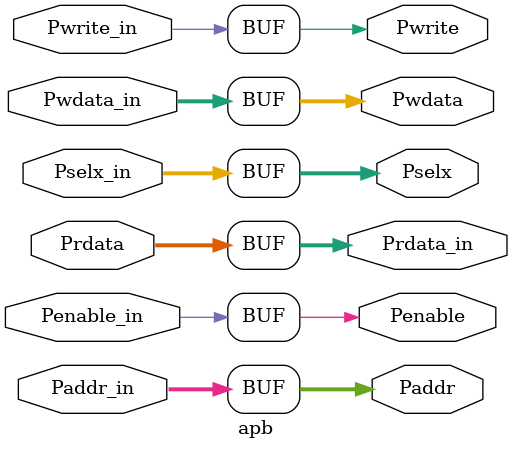
<source format=v>
 /********************************************************************************************

Copyright 2011-2012 - Maven Silicon Softech Pvt Ltd. All Rights Reserved.

This source code is an unpublished work belongs to Maven Silicon Softech Pvt Ltd.
It is considered a trade secret and is not to be divulged or used by parties who 
have not received written authorization from Maven Silicon Softech Pvt Ltd.

Maven Silicon Softech Pvt Ltd
Bangalore - 560076

Webpage: www.maven-silicon.com

Filename:	apb_interface.v   

Description:	APB Interface drives APB Signals

Date:		27/03/2013

Author:		Susmita Nayak

Email:		siva@maven-silicon.com
		siva@aceic.com

Version:	2.0

*********************************************************************************************/

   // Include definitions
 

/********************************************************************************************

Copyright 2011-2012 - Maven Silicon Softech Pvt Ltd. All Rights Reserved.

This source code is an unpublished work belongs to Maven Silicon Softech Pvt Ltd.
It is considered a trade secret and is not to be divulged or used by parties who 
have not received written authorization from Maven Silicon Softech Pvt Ltd.

Maven Silicon Softech Pvt Ltd
Bangalore - 560076

Webpage: www.maven-silicon.com

Filename:	definitions.v   

Description:	This file has definitions of the MACROS 

Date:		27/03/2013

Author:		Susmita Nayak

Email:		siva@maven-silicon.com
		siva@aceic.com

Version:	2.0

*********************************************************************************************/

`define SLAVES 4
`ifdef  WRAPPING_INCR
   `define BEAT_4_WRAP 2
   `define BEAT_8_WRAP 4
   `define BEAT_16_WRAP 6
   `define BEAT_4_INCR 3
   `define BEAT_8_INCR 5
   `define BEAT_16_INCR 7
`endif
`define WIDTH_32
//`define WIDTH_64
//`define WIDTH_128
//`define WIDTH_256
//`define WIDTH_512
//`define WIDTH_1024

`ifdef WIDTH_32
	`define WIDTH 32
`endif

`ifdef WIDTH_64
	`define WIDTH 64
`endif

`ifdef WIDTH_128
	`define WIDTH 128
`endif

`ifdef WIDTH_256
	`define WIDTH 256
`endif

`ifdef WIDTH_512
	`define WIDTH 512
`endif

`ifdef WIDTH_1024
	`define WIDTH 1024
`endif

`define ADDR_OFFSET_WORD 0
`define ADDR_OFFSET_HFWORD_0 0
`define ADDR_OFFSET_HFWORD_2 2
`define ADDR_OFFSET_BYTE_0 0
`define ADDR_OFFSET_BYTE_1 1
`define ADDR_OFFSET_BYTE_2 2
`define ADDR_OFFSET_BYTE_3 3



module apb(	
		// APB MASTER MODULE INPUT SIGNALS - These are inputs either from FSM module or AHB SLAVE module
		input 	[`WIDTH-1:0] 	Paddr_in,
		input		Penable_in,
		input 		Pwrite_in,
		input 	[`WIDTH-1:0]	Pwdata_in,	
		input 	[`SLAVES-1:0]	Pselx_in,
		input 	[`WIDTH-1:0]	Prdata, 	

		// APB MASTER MODULE OUTPUT SIGNALS - These are DUT outputs
		output 	[`WIDTH-1:0]	Paddr,
		output		Pwrite,
		output		Penable,
		output	[`WIDTH-1:0]	Pwdata,
		output	[`SLAVES-1:0]	Pselx,
		output 	[`WIDTH-1:0]	Prdata_in	
	 );

assign	Paddr 	= Paddr_in;
assign	Pwrite	= Pwrite_in;
assign	Penable	= Penable_in;
assign	Pwdata	= Pwdata_in;
assign	Pselx	= Pselx_in;
assign	Prdata_in = Prdata;

endmodule



</source>
